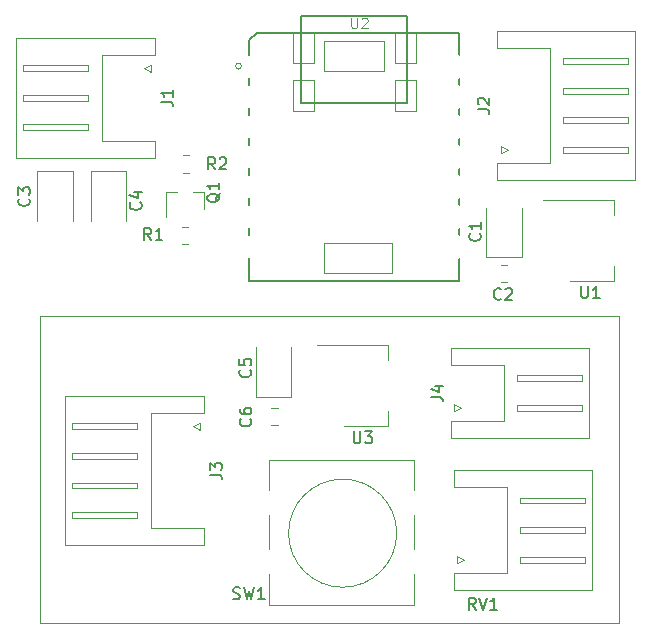
<source format=gto>
%TF.GenerationSoftware,KiCad,Pcbnew,5.1.7-a382d34a8~88~ubuntu20.04.1*%
%TF.CreationDate,2021-07-04T15:14:18-05:00*%
%TF.ProjectId,led-backlight,6c65642d-6261-4636-9b6c-696768742e6b,rev?*%
%TF.SameCoordinates,Original*%
%TF.FileFunction,Legend,Top*%
%TF.FilePolarity,Positive*%
%FSLAX46Y46*%
G04 Gerber Fmt 4.6, Leading zero omitted, Abs format (unit mm)*
G04 Created by KiCad (PCBNEW 5.1.7-a382d34a8~88~ubuntu20.04.1) date 2021-07-04 15:14:18*
%MOMM*%
%LPD*%
G01*
G04 APERTURE LIST*
%ADD10C,0.120000*%
%ADD11C,0.100000*%
%ADD12C,0.127000*%
%ADD13C,0.066040*%
%ADD14C,0.150000*%
%ADD15C,0.101600*%
%ADD16O,2.100000X1.800000*%
%ADD17O,2.050000X1.800000*%
%ADD18C,1.243000*%
%ADD19O,1.116000X2.132000*%
%ADD20O,2.848280X2.098980*%
%ADD21O,3.148000X1.950000*%
G04 APERTURE END LIST*
D10*
X214000000Y-144000000D02*
X165000000Y-144000000D01*
X165000000Y-118000000D02*
X214000000Y-118000000D01*
X165000000Y-118000000D02*
X165000000Y-144000000D01*
X214000000Y-118000000D02*
X214000000Y-144000000D01*
%TO.C,U1*%
X213585000Y-115010000D02*
X213585000Y-113750000D01*
X213585000Y-108190000D02*
X213585000Y-109450000D01*
X209825000Y-115010000D02*
X213585000Y-115010000D01*
X207575000Y-108190000D02*
X213585000Y-108190000D01*
%TO.C,J4*%
X211460000Y-124525000D02*
X211460000Y-128335000D01*
X211460000Y-128335000D02*
X199740000Y-128335000D01*
X199740000Y-128335000D02*
X199740000Y-126915000D01*
X199740000Y-126915000D02*
X204240000Y-126915000D01*
X204240000Y-126915000D02*
X204240000Y-124525000D01*
X211460000Y-124525000D02*
X211460000Y-120715000D01*
X211460000Y-120715000D02*
X199740000Y-120715000D01*
X199740000Y-120715000D02*
X199740000Y-122135000D01*
X199740000Y-122135000D02*
X204240000Y-122135000D01*
X204240000Y-122135000D02*
X204240000Y-124525000D01*
X205350000Y-126025000D02*
X210850000Y-126025000D01*
X210850000Y-126025000D02*
X210850000Y-125525000D01*
X210850000Y-125525000D02*
X205350000Y-125525000D01*
X205350000Y-125525000D02*
X205350000Y-126025000D01*
X205350000Y-123525000D02*
X210850000Y-123525000D01*
X210850000Y-123525000D02*
X210850000Y-123025000D01*
X210850000Y-123025000D02*
X205350000Y-123025000D01*
X205350000Y-123025000D02*
X205350000Y-123525000D01*
X200650000Y-125775000D02*
X200050000Y-126075000D01*
X200050000Y-126075000D02*
X200050000Y-125475000D01*
X200050000Y-125475000D02*
X200650000Y-125775000D01*
%TO.C,J3*%
X167115000Y-131100000D02*
X167115000Y-124790000D01*
X167115000Y-124790000D02*
X178835000Y-124790000D01*
X178835000Y-124790000D02*
X178835000Y-126210000D01*
X178835000Y-126210000D02*
X174335000Y-126210000D01*
X174335000Y-126210000D02*
X174335000Y-131100000D01*
X167115000Y-131100000D02*
X167115000Y-137410000D01*
X167115000Y-137410000D02*
X178835000Y-137410000D01*
X178835000Y-137410000D02*
X178835000Y-135990000D01*
X178835000Y-135990000D02*
X174335000Y-135990000D01*
X174335000Y-135990000D02*
X174335000Y-131100000D01*
X173225000Y-127100000D02*
X167725000Y-127100000D01*
X167725000Y-127100000D02*
X167725000Y-127600000D01*
X167725000Y-127600000D02*
X173225000Y-127600000D01*
X173225000Y-127600000D02*
X173225000Y-127100000D01*
X173225000Y-129600000D02*
X167725000Y-129600000D01*
X167725000Y-129600000D02*
X167725000Y-130100000D01*
X167725000Y-130100000D02*
X173225000Y-130100000D01*
X173225000Y-130100000D02*
X173225000Y-129600000D01*
X173225000Y-132100000D02*
X167725000Y-132100000D01*
X167725000Y-132100000D02*
X167725000Y-132600000D01*
X167725000Y-132600000D02*
X173225000Y-132600000D01*
X173225000Y-132600000D02*
X173225000Y-132100000D01*
X173225000Y-134600000D02*
X167725000Y-134600000D01*
X167725000Y-134600000D02*
X167725000Y-135100000D01*
X167725000Y-135100000D02*
X173225000Y-135100000D01*
X173225000Y-135100000D02*
X173225000Y-134600000D01*
X177925000Y-127350000D02*
X178525000Y-127050000D01*
X178525000Y-127050000D02*
X178525000Y-127650000D01*
X178525000Y-127650000D02*
X177925000Y-127350000D01*
%TO.C,J2*%
X215385000Y-100175000D02*
X215385000Y-106485000D01*
X215385000Y-106485000D02*
X203665000Y-106485000D01*
X203665000Y-106485000D02*
X203665000Y-105065000D01*
X203665000Y-105065000D02*
X208165000Y-105065000D01*
X208165000Y-105065000D02*
X208165000Y-100175000D01*
X215385000Y-100175000D02*
X215385000Y-93865000D01*
X215385000Y-93865000D02*
X203665000Y-93865000D01*
X203665000Y-93865000D02*
X203665000Y-95285000D01*
X203665000Y-95285000D02*
X208165000Y-95285000D01*
X208165000Y-95285000D02*
X208165000Y-100175000D01*
X209275000Y-104175000D02*
X214775000Y-104175000D01*
X214775000Y-104175000D02*
X214775000Y-103675000D01*
X214775000Y-103675000D02*
X209275000Y-103675000D01*
X209275000Y-103675000D02*
X209275000Y-104175000D01*
X209275000Y-101675000D02*
X214775000Y-101675000D01*
X214775000Y-101675000D02*
X214775000Y-101175000D01*
X214775000Y-101175000D02*
X209275000Y-101175000D01*
X209275000Y-101175000D02*
X209275000Y-101675000D01*
X209275000Y-99175000D02*
X214775000Y-99175000D01*
X214775000Y-99175000D02*
X214775000Y-98675000D01*
X214775000Y-98675000D02*
X209275000Y-98675000D01*
X209275000Y-98675000D02*
X209275000Y-99175000D01*
X209275000Y-96675000D02*
X214775000Y-96675000D01*
X214775000Y-96675000D02*
X214775000Y-96175000D01*
X214775000Y-96175000D02*
X209275000Y-96175000D01*
X209275000Y-96175000D02*
X209275000Y-96675000D01*
X204575000Y-103925000D02*
X203975000Y-104225000D01*
X203975000Y-104225000D02*
X203975000Y-103625000D01*
X203975000Y-103625000D02*
X204575000Y-103925000D01*
%TO.C,C1*%
X202765000Y-108825000D02*
X202765000Y-113035000D01*
X202765000Y-113035000D02*
X205785000Y-113035000D01*
X205785000Y-113035000D02*
X205785000Y-108825000D01*
D11*
%TO.C,U2*%
X182040000Y-96839000D02*
G75*
G03*
X182040000Y-96839000I-254000J0D01*
G01*
D12*
X187069200Y-99930180D02*
X187069200Y-92576880D01*
X196068420Y-99930180D02*
X187069200Y-99930180D01*
X196068420Y-92576880D02*
X196068420Y-99930180D01*
X187074280Y-92576880D02*
X196068420Y-92576880D01*
X182675000Y-94672380D02*
X182675000Y-115000000D01*
X183345560Y-94001820D02*
X182675000Y-94672380D01*
X200472780Y-94001820D02*
X183345560Y-94001820D01*
X200472780Y-115000000D02*
X200472780Y-94001820D01*
X182675000Y-115000000D02*
X200472780Y-115000000D01*
D13*
X194994000Y-96585000D02*
X194994000Y-93918000D01*
X194994000Y-93918000D02*
X196772000Y-93918000D01*
X196772000Y-96585000D02*
X196772000Y-93918000D01*
X194994000Y-96585000D02*
X196772000Y-96585000D01*
X194994000Y-100651540D02*
X194994000Y-97982000D01*
X194994000Y-97982000D02*
X196772000Y-97982000D01*
X196772000Y-100651540D02*
X196772000Y-97982000D01*
X194994000Y-100651540D02*
X196772000Y-100651540D01*
X186358000Y-100651540D02*
X186358000Y-97982000D01*
X186358000Y-97982000D02*
X188136000Y-97982000D01*
X188136000Y-100651540D02*
X188136000Y-97982000D01*
X186358000Y-100651540D02*
X188136000Y-100651540D01*
X186358000Y-96585000D02*
X186358000Y-93918000D01*
X186358000Y-93918000D02*
X188136000Y-93918000D01*
X188136000Y-96585000D02*
X188136000Y-93918000D01*
X186358000Y-96585000D02*
X188136000Y-96585000D01*
X189025000Y-114365000D02*
X189025000Y-111825000D01*
X189025000Y-111825000D02*
X194740000Y-111825000D01*
X194740000Y-114365000D02*
X194740000Y-111825000D01*
X189025000Y-114365000D02*
X194740000Y-114365000D01*
X189025000Y-97220000D02*
X189025000Y-94680000D01*
X189025000Y-94680000D02*
X194105000Y-94680000D01*
X194105000Y-97220000D02*
X194105000Y-94680000D01*
X189025000Y-97220000D02*
X194105000Y-97220000D01*
D10*
%TO.C,U3*%
X194435000Y-127285000D02*
X194435000Y-126025000D01*
X194435000Y-120465000D02*
X194435000Y-121725000D01*
X190675000Y-127285000D02*
X194435000Y-127285000D01*
X188425000Y-120465000D02*
X194435000Y-120465000D01*
%TO.C,SW1*%
X184350000Y-130200000D02*
X196650000Y-130200000D01*
X196650000Y-134780000D02*
X196650000Y-137920000D01*
X196650000Y-142500000D02*
X184350000Y-142500000D01*
X184350000Y-132920000D02*
X184350000Y-130200000D01*
X195179050Y-136390000D02*
G75*
G03*
X195179050Y-136390000I-4579050J0D01*
G01*
X184350000Y-142500000D02*
X184350000Y-139780000D01*
X184350000Y-137920000D02*
X184350000Y-134780000D01*
X196650000Y-139780000D02*
X196650000Y-142500000D01*
X196650000Y-130200000D02*
X196650000Y-132920000D01*
%TO.C,RV1*%
X211710000Y-136125000D02*
X211710000Y-141185000D01*
X211710000Y-141185000D02*
X199990000Y-141185000D01*
X199990000Y-141185000D02*
X199990000Y-139765000D01*
X199990000Y-139765000D02*
X204490000Y-139765000D01*
X204490000Y-139765000D02*
X204490000Y-136125000D01*
X211710000Y-136125000D02*
X211710000Y-131065000D01*
X211710000Y-131065000D02*
X199990000Y-131065000D01*
X199990000Y-131065000D02*
X199990000Y-132485000D01*
X199990000Y-132485000D02*
X204490000Y-132485000D01*
X204490000Y-132485000D02*
X204490000Y-136125000D01*
X205600000Y-138875000D02*
X211100000Y-138875000D01*
X211100000Y-138875000D02*
X211100000Y-138375000D01*
X211100000Y-138375000D02*
X205600000Y-138375000D01*
X205600000Y-138375000D02*
X205600000Y-138875000D01*
X205600000Y-136375000D02*
X211100000Y-136375000D01*
X211100000Y-136375000D02*
X211100000Y-135875000D01*
X211100000Y-135875000D02*
X205600000Y-135875000D01*
X205600000Y-135875000D02*
X205600000Y-136375000D01*
X205600000Y-133875000D02*
X211100000Y-133875000D01*
X211100000Y-133875000D02*
X211100000Y-133375000D01*
X211100000Y-133375000D02*
X205600000Y-133375000D01*
X205600000Y-133375000D02*
X205600000Y-133875000D01*
X200900000Y-138625000D02*
X200300000Y-138925000D01*
X200300000Y-138925000D02*
X200300000Y-138325000D01*
X200300000Y-138325000D02*
X200900000Y-138625000D01*
%TO.C,R2*%
X177097936Y-104390000D02*
X177552064Y-104390000D01*
X177097936Y-105860000D02*
X177552064Y-105860000D01*
%TO.C,R1*%
X177022936Y-110465000D02*
X177477064Y-110465000D01*
X177022936Y-111935000D02*
X177477064Y-111935000D01*
%TO.C,Q1*%
X178830000Y-107465000D02*
X177900000Y-107465000D01*
X175670000Y-107465000D02*
X176600000Y-107465000D01*
X175670000Y-107465000D02*
X175670000Y-109625000D01*
X178830000Y-107465000D02*
X178830000Y-108925000D01*
%TO.C,J1*%
X162965000Y-99525000D02*
X162965000Y-94465000D01*
X162965000Y-94465000D02*
X174685000Y-94465000D01*
X174685000Y-94465000D02*
X174685000Y-95885000D01*
X174685000Y-95885000D02*
X170185000Y-95885000D01*
X170185000Y-95885000D02*
X170185000Y-99525000D01*
X162965000Y-99525000D02*
X162965000Y-104585000D01*
X162965000Y-104585000D02*
X174685000Y-104585000D01*
X174685000Y-104585000D02*
X174685000Y-103165000D01*
X174685000Y-103165000D02*
X170185000Y-103165000D01*
X170185000Y-103165000D02*
X170185000Y-99525000D01*
X169075000Y-96775000D02*
X163575000Y-96775000D01*
X163575000Y-96775000D02*
X163575000Y-97275000D01*
X163575000Y-97275000D02*
X169075000Y-97275000D01*
X169075000Y-97275000D02*
X169075000Y-96775000D01*
X169075000Y-99275000D02*
X163575000Y-99275000D01*
X163575000Y-99275000D02*
X163575000Y-99775000D01*
X163575000Y-99775000D02*
X169075000Y-99775000D01*
X169075000Y-99775000D02*
X169075000Y-99275000D01*
X169075000Y-101775000D02*
X163575000Y-101775000D01*
X163575000Y-101775000D02*
X163575000Y-102275000D01*
X163575000Y-102275000D02*
X169075000Y-102275000D01*
X169075000Y-102275000D02*
X169075000Y-101775000D01*
X173775000Y-97025000D02*
X174375000Y-96725000D01*
X174375000Y-96725000D02*
X174375000Y-97325000D01*
X174375000Y-97325000D02*
X173775000Y-97025000D01*
%TO.C,C6*%
X184563748Y-125790000D02*
X185086252Y-125790000D01*
X184563748Y-127260000D02*
X185086252Y-127260000D01*
%TO.C,C5*%
X183240000Y-120650000D02*
X183240000Y-124860000D01*
X183240000Y-124860000D02*
X186260000Y-124860000D01*
X186260000Y-124860000D02*
X186260000Y-120650000D01*
%TO.C,C4*%
X172285000Y-109975000D02*
X172285000Y-105765000D01*
X172285000Y-105765000D02*
X169265000Y-105765000D01*
X169265000Y-105765000D02*
X169265000Y-109975000D01*
%TO.C,C3*%
X167785000Y-109975000D02*
X167785000Y-105765000D01*
X167785000Y-105765000D02*
X164765000Y-105765000D01*
X164765000Y-105765000D02*
X164765000Y-109975000D01*
%TO.C,C2*%
X204013748Y-113690000D02*
X204536252Y-113690000D01*
X204013748Y-115160000D02*
X204536252Y-115160000D01*
%TO.C,U1*%
D14*
X210788095Y-115477380D02*
X210788095Y-116286904D01*
X210835714Y-116382142D01*
X210883333Y-116429761D01*
X210978571Y-116477380D01*
X211169047Y-116477380D01*
X211264285Y-116429761D01*
X211311904Y-116382142D01*
X211359523Y-116286904D01*
X211359523Y-115477380D01*
X212359523Y-116477380D02*
X211788095Y-116477380D01*
X212073809Y-116477380D02*
X212073809Y-115477380D01*
X211978571Y-115620238D01*
X211883333Y-115715476D01*
X211788095Y-115763095D01*
%TO.C,J4*%
X198102380Y-124858333D02*
X198816666Y-124858333D01*
X198959523Y-124905952D01*
X199054761Y-125001190D01*
X199102380Y-125144047D01*
X199102380Y-125239285D01*
X198435714Y-123953571D02*
X199102380Y-123953571D01*
X198054761Y-124191666D02*
X198769047Y-124429761D01*
X198769047Y-123810714D01*
%TO.C,J3*%
X179377380Y-131433333D02*
X180091666Y-131433333D01*
X180234523Y-131480952D01*
X180329761Y-131576190D01*
X180377380Y-131719047D01*
X180377380Y-131814285D01*
X179377380Y-131052380D02*
X179377380Y-130433333D01*
X179758333Y-130766666D01*
X179758333Y-130623809D01*
X179805952Y-130528571D01*
X179853571Y-130480952D01*
X179948809Y-130433333D01*
X180186904Y-130433333D01*
X180282142Y-130480952D01*
X180329761Y-130528571D01*
X180377380Y-130623809D01*
X180377380Y-130909523D01*
X180329761Y-131004761D01*
X180282142Y-131052380D01*
%TO.C,J2*%
X202027380Y-100508333D02*
X202741666Y-100508333D01*
X202884523Y-100555952D01*
X202979761Y-100651190D01*
X203027380Y-100794047D01*
X203027380Y-100889285D01*
X202122619Y-100079761D02*
X202075000Y-100032142D01*
X202027380Y-99936904D01*
X202027380Y-99698809D01*
X202075000Y-99603571D01*
X202122619Y-99555952D01*
X202217857Y-99508333D01*
X202313095Y-99508333D01*
X202455952Y-99555952D01*
X203027380Y-100127380D01*
X203027380Y-99508333D01*
%TO.C,C1*%
X202207142Y-111016666D02*
X202254761Y-111064285D01*
X202302380Y-111207142D01*
X202302380Y-111302380D01*
X202254761Y-111445238D01*
X202159523Y-111540476D01*
X202064285Y-111588095D01*
X201873809Y-111635714D01*
X201730952Y-111635714D01*
X201540476Y-111588095D01*
X201445238Y-111540476D01*
X201350000Y-111445238D01*
X201302380Y-111302380D01*
X201302380Y-111207142D01*
X201350000Y-111064285D01*
X201397619Y-111016666D01*
X202302380Y-110064285D02*
X202302380Y-110635714D01*
X202302380Y-110350000D02*
X201302380Y-110350000D01*
X201445238Y-110445238D01*
X201540476Y-110540476D01*
X201588095Y-110635714D01*
%TO.C,U2*%
D15*
X191332166Y-92732666D02*
X191332166Y-93452333D01*
X191374500Y-93537000D01*
X191416833Y-93579333D01*
X191501500Y-93621666D01*
X191670833Y-93621666D01*
X191755500Y-93579333D01*
X191797833Y-93537000D01*
X191840166Y-93452333D01*
X191840166Y-92732666D01*
X192221166Y-92817333D02*
X192263500Y-92775000D01*
X192348166Y-92732666D01*
X192559833Y-92732666D01*
X192644500Y-92775000D01*
X192686833Y-92817333D01*
X192729166Y-92902000D01*
X192729166Y-92986666D01*
X192686833Y-93113666D01*
X192178833Y-93621666D01*
X192729166Y-93621666D01*
%TO.C,U3*%
D14*
X191538095Y-127777380D02*
X191538095Y-128586904D01*
X191585714Y-128682142D01*
X191633333Y-128729761D01*
X191728571Y-128777380D01*
X191919047Y-128777380D01*
X192014285Y-128729761D01*
X192061904Y-128682142D01*
X192109523Y-128586904D01*
X192109523Y-127777380D01*
X192490476Y-127777380D02*
X193109523Y-127777380D01*
X192776190Y-128158333D01*
X192919047Y-128158333D01*
X193014285Y-128205952D01*
X193061904Y-128253571D01*
X193109523Y-128348809D01*
X193109523Y-128586904D01*
X193061904Y-128682142D01*
X193014285Y-128729761D01*
X192919047Y-128777380D01*
X192633333Y-128777380D01*
X192538095Y-128729761D01*
X192490476Y-128682142D01*
%TO.C,SW1*%
X181341666Y-141929761D02*
X181484523Y-141977380D01*
X181722619Y-141977380D01*
X181817857Y-141929761D01*
X181865476Y-141882142D01*
X181913095Y-141786904D01*
X181913095Y-141691666D01*
X181865476Y-141596428D01*
X181817857Y-141548809D01*
X181722619Y-141501190D01*
X181532142Y-141453571D01*
X181436904Y-141405952D01*
X181389285Y-141358333D01*
X181341666Y-141263095D01*
X181341666Y-141167857D01*
X181389285Y-141072619D01*
X181436904Y-141025000D01*
X181532142Y-140977380D01*
X181770238Y-140977380D01*
X181913095Y-141025000D01*
X182246428Y-140977380D02*
X182484523Y-141977380D01*
X182675000Y-141263095D01*
X182865476Y-141977380D01*
X183103571Y-140977380D01*
X184008333Y-141977380D02*
X183436904Y-141977380D01*
X183722619Y-141977380D02*
X183722619Y-140977380D01*
X183627380Y-141120238D01*
X183532142Y-141215476D01*
X183436904Y-141263095D01*
%TO.C,RV1*%
X201879761Y-142852380D02*
X201546428Y-142376190D01*
X201308333Y-142852380D02*
X201308333Y-141852380D01*
X201689285Y-141852380D01*
X201784523Y-141900000D01*
X201832142Y-141947619D01*
X201879761Y-142042857D01*
X201879761Y-142185714D01*
X201832142Y-142280952D01*
X201784523Y-142328571D01*
X201689285Y-142376190D01*
X201308333Y-142376190D01*
X202165476Y-141852380D02*
X202498809Y-142852380D01*
X202832142Y-141852380D01*
X203689285Y-142852380D02*
X203117857Y-142852380D01*
X203403571Y-142852380D02*
X203403571Y-141852380D01*
X203308333Y-141995238D01*
X203213095Y-142090476D01*
X203117857Y-142138095D01*
%TO.C,R2*%
X179808333Y-105577380D02*
X179475000Y-105101190D01*
X179236904Y-105577380D02*
X179236904Y-104577380D01*
X179617857Y-104577380D01*
X179713095Y-104625000D01*
X179760714Y-104672619D01*
X179808333Y-104767857D01*
X179808333Y-104910714D01*
X179760714Y-105005952D01*
X179713095Y-105053571D01*
X179617857Y-105101190D01*
X179236904Y-105101190D01*
X180189285Y-104672619D02*
X180236904Y-104625000D01*
X180332142Y-104577380D01*
X180570238Y-104577380D01*
X180665476Y-104625000D01*
X180713095Y-104672619D01*
X180760714Y-104767857D01*
X180760714Y-104863095D01*
X180713095Y-105005952D01*
X180141666Y-105577380D01*
X180760714Y-105577380D01*
%TO.C,R1*%
X174383333Y-111552380D02*
X174050000Y-111076190D01*
X173811904Y-111552380D02*
X173811904Y-110552380D01*
X174192857Y-110552380D01*
X174288095Y-110600000D01*
X174335714Y-110647619D01*
X174383333Y-110742857D01*
X174383333Y-110885714D01*
X174335714Y-110980952D01*
X174288095Y-111028571D01*
X174192857Y-111076190D01*
X173811904Y-111076190D01*
X175335714Y-111552380D02*
X174764285Y-111552380D01*
X175050000Y-111552380D02*
X175050000Y-110552380D01*
X174954761Y-110695238D01*
X174859523Y-110790476D01*
X174764285Y-110838095D01*
%TO.C,Q1*%
X180222619Y-107620238D02*
X180175000Y-107715476D01*
X180079761Y-107810714D01*
X179936904Y-107953571D01*
X179889285Y-108048809D01*
X179889285Y-108144047D01*
X180127380Y-108096428D02*
X180079761Y-108191666D01*
X179984523Y-108286904D01*
X179794047Y-108334523D01*
X179460714Y-108334523D01*
X179270238Y-108286904D01*
X179175000Y-108191666D01*
X179127380Y-108096428D01*
X179127380Y-107905952D01*
X179175000Y-107810714D01*
X179270238Y-107715476D01*
X179460714Y-107667857D01*
X179794047Y-107667857D01*
X179984523Y-107715476D01*
X180079761Y-107810714D01*
X180127380Y-107905952D01*
X180127380Y-108096428D01*
X180127380Y-106715476D02*
X180127380Y-107286904D01*
X180127380Y-107001190D02*
X179127380Y-107001190D01*
X179270238Y-107096428D01*
X179365476Y-107191666D01*
X179413095Y-107286904D01*
%TO.C,J1*%
X175227380Y-99858333D02*
X175941666Y-99858333D01*
X176084523Y-99905952D01*
X176179761Y-100001190D01*
X176227380Y-100144047D01*
X176227380Y-100239285D01*
X176227380Y-98858333D02*
X176227380Y-99429761D01*
X176227380Y-99144047D02*
X175227380Y-99144047D01*
X175370238Y-99239285D01*
X175465476Y-99334523D01*
X175513095Y-99429761D01*
%TO.C,C6*%
X182782142Y-126716666D02*
X182829761Y-126764285D01*
X182877380Y-126907142D01*
X182877380Y-127002380D01*
X182829761Y-127145238D01*
X182734523Y-127240476D01*
X182639285Y-127288095D01*
X182448809Y-127335714D01*
X182305952Y-127335714D01*
X182115476Y-127288095D01*
X182020238Y-127240476D01*
X181925000Y-127145238D01*
X181877380Y-127002380D01*
X181877380Y-126907142D01*
X181925000Y-126764285D01*
X181972619Y-126716666D01*
X181877380Y-125859523D02*
X181877380Y-126050000D01*
X181925000Y-126145238D01*
X181972619Y-126192857D01*
X182115476Y-126288095D01*
X182305952Y-126335714D01*
X182686904Y-126335714D01*
X182782142Y-126288095D01*
X182829761Y-126240476D01*
X182877380Y-126145238D01*
X182877380Y-125954761D01*
X182829761Y-125859523D01*
X182782142Y-125811904D01*
X182686904Y-125764285D01*
X182448809Y-125764285D01*
X182353571Y-125811904D01*
X182305952Y-125859523D01*
X182258333Y-125954761D01*
X182258333Y-126145238D01*
X182305952Y-126240476D01*
X182353571Y-126288095D01*
X182448809Y-126335714D01*
%TO.C,C5*%
X182757142Y-122566666D02*
X182804761Y-122614285D01*
X182852380Y-122757142D01*
X182852380Y-122852380D01*
X182804761Y-122995238D01*
X182709523Y-123090476D01*
X182614285Y-123138095D01*
X182423809Y-123185714D01*
X182280952Y-123185714D01*
X182090476Y-123138095D01*
X181995238Y-123090476D01*
X181900000Y-122995238D01*
X181852380Y-122852380D01*
X181852380Y-122757142D01*
X181900000Y-122614285D01*
X181947619Y-122566666D01*
X181852380Y-121661904D02*
X181852380Y-122138095D01*
X182328571Y-122185714D01*
X182280952Y-122138095D01*
X182233333Y-122042857D01*
X182233333Y-121804761D01*
X182280952Y-121709523D01*
X182328571Y-121661904D01*
X182423809Y-121614285D01*
X182661904Y-121614285D01*
X182757142Y-121661904D01*
X182804761Y-121709523D01*
X182852380Y-121804761D01*
X182852380Y-122042857D01*
X182804761Y-122138095D01*
X182757142Y-122185714D01*
%TO.C,C4*%
X173482142Y-108391666D02*
X173529761Y-108439285D01*
X173577380Y-108582142D01*
X173577380Y-108677380D01*
X173529761Y-108820238D01*
X173434523Y-108915476D01*
X173339285Y-108963095D01*
X173148809Y-109010714D01*
X173005952Y-109010714D01*
X172815476Y-108963095D01*
X172720238Y-108915476D01*
X172625000Y-108820238D01*
X172577380Y-108677380D01*
X172577380Y-108582142D01*
X172625000Y-108439285D01*
X172672619Y-108391666D01*
X172910714Y-107534523D02*
X173577380Y-107534523D01*
X172529761Y-107772619D02*
X173244047Y-108010714D01*
X173244047Y-107391666D01*
%TO.C,C3*%
X164032142Y-108066666D02*
X164079761Y-108114285D01*
X164127380Y-108257142D01*
X164127380Y-108352380D01*
X164079761Y-108495238D01*
X163984523Y-108590476D01*
X163889285Y-108638095D01*
X163698809Y-108685714D01*
X163555952Y-108685714D01*
X163365476Y-108638095D01*
X163270238Y-108590476D01*
X163175000Y-108495238D01*
X163127380Y-108352380D01*
X163127380Y-108257142D01*
X163175000Y-108114285D01*
X163222619Y-108066666D01*
X163127380Y-107733333D02*
X163127380Y-107114285D01*
X163508333Y-107447619D01*
X163508333Y-107304761D01*
X163555952Y-107209523D01*
X163603571Y-107161904D01*
X163698809Y-107114285D01*
X163936904Y-107114285D01*
X164032142Y-107161904D01*
X164079761Y-107209523D01*
X164127380Y-107304761D01*
X164127380Y-107590476D01*
X164079761Y-107685714D01*
X164032142Y-107733333D01*
%TO.C,C2*%
X204008333Y-116532142D02*
X203960714Y-116579761D01*
X203817857Y-116627380D01*
X203722619Y-116627380D01*
X203579761Y-116579761D01*
X203484523Y-116484523D01*
X203436904Y-116389285D01*
X203389285Y-116198809D01*
X203389285Y-116055952D01*
X203436904Y-115865476D01*
X203484523Y-115770238D01*
X203579761Y-115675000D01*
X203722619Y-115627380D01*
X203817857Y-115627380D01*
X203960714Y-115675000D01*
X204008333Y-115722619D01*
X204389285Y-115722619D02*
X204436904Y-115675000D01*
X204532142Y-115627380D01*
X204770238Y-115627380D01*
X204865476Y-115675000D01*
X204913095Y-115722619D01*
X204960714Y-115817857D01*
X204960714Y-115913095D01*
X204913095Y-116055952D01*
X204341666Y-116627380D01*
X204960714Y-116627380D01*
%TD*%
%LPC*%
%TO.C,U1*%
G36*
G01*
X207475000Y-110050000D02*
X207475000Y-108550000D01*
G75*
G02*
X207525000Y-108500000I50000J0D01*
G01*
X209525000Y-108500000D01*
G75*
G02*
X209575000Y-108550000I0J-50000D01*
G01*
X209575000Y-110050000D01*
G75*
G02*
X209525000Y-110100000I-50000J0D01*
G01*
X207525000Y-110100000D01*
G75*
G02*
X207475000Y-110050000I0J50000D01*
G01*
G37*
G36*
G01*
X207475000Y-114650000D02*
X207475000Y-113150000D01*
G75*
G02*
X207525000Y-113100000I50000J0D01*
G01*
X209525000Y-113100000D01*
G75*
G02*
X209575000Y-113150000I0J-50000D01*
G01*
X209575000Y-114650000D01*
G75*
G02*
X209525000Y-114700000I-50000J0D01*
G01*
X207525000Y-114700000D01*
G75*
G02*
X207475000Y-114650000I0J50000D01*
G01*
G37*
G36*
G01*
X207475000Y-112350000D02*
X207475000Y-110850000D01*
G75*
G02*
X207525000Y-110800000I50000J0D01*
G01*
X209525000Y-110800000D01*
G75*
G02*
X209575000Y-110850000I0J-50000D01*
G01*
X209575000Y-112350000D01*
G75*
G02*
X209525000Y-112400000I-50000J0D01*
G01*
X207525000Y-112400000D01*
G75*
G02*
X207475000Y-112350000I0J50000D01*
G01*
G37*
G36*
G01*
X213775000Y-113500000D02*
X213775000Y-109700000D01*
G75*
G02*
X213825000Y-109650000I50000J0D01*
G01*
X215825000Y-109650000D01*
G75*
G02*
X215875000Y-109700000I0J-50000D01*
G01*
X215875000Y-113500000D01*
G75*
G02*
X215825000Y-113550000I-50000J0D01*
G01*
X213825000Y-113550000D01*
G75*
G02*
X213775000Y-113500000I0J50000D01*
G01*
G37*
%TD*%
D16*
%TO.C,J4*%
X202150000Y-123275000D03*
G36*
G01*
X202935400Y-126675000D02*
X201364600Y-126675000D01*
G75*
G02*
X201100000Y-126410400I0J264600D01*
G01*
X201100000Y-125139600D01*
G75*
G02*
X201364600Y-124875000I264600J0D01*
G01*
X202935400Y-124875000D01*
G75*
G02*
X203200000Y-125139600I0J-264600D01*
G01*
X203200000Y-126410400D01*
G75*
G02*
X202935400Y-126675000I-264600J0D01*
G01*
G37*
%TD*%
%TO.C,J3*%
G36*
G01*
X175850000Y-126450000D02*
X177000000Y-126450000D01*
G75*
G02*
X177450000Y-126900000I0J-450000D01*
G01*
X177450000Y-127800000D01*
G75*
G02*
X177000000Y-128250000I-450000J0D01*
G01*
X175850000Y-128250000D01*
G75*
G02*
X175400000Y-127800000I0J450000D01*
G01*
X175400000Y-126900000D01*
G75*
G02*
X175850000Y-126450000I450000J0D01*
G01*
G37*
D17*
X176425000Y-129850000D03*
X176425000Y-132350000D03*
X176425000Y-134850000D03*
%TD*%
%TO.C,J2*%
G36*
G01*
X206650000Y-97325000D02*
X205500000Y-97325000D01*
G75*
G02*
X205050000Y-96875000I0J450000D01*
G01*
X205050000Y-95975000D01*
G75*
G02*
X205500000Y-95525000I450000J0D01*
G01*
X206650000Y-95525000D01*
G75*
G02*
X207100000Y-95975000I0J-450000D01*
G01*
X207100000Y-96875000D01*
G75*
G02*
X206650000Y-97325000I-450000J0D01*
G01*
G37*
X206075000Y-98925000D03*
X206075000Y-101425000D03*
X206075000Y-103925000D03*
%TD*%
%TO.C,C1*%
G36*
G01*
X205230677Y-109750000D02*
X203319323Y-109750000D01*
G75*
G02*
X203050000Y-109480677I0J269323D01*
G01*
X203050000Y-108594323D01*
G75*
G02*
X203319323Y-108325000I269323J0D01*
G01*
X205230677Y-108325000D01*
G75*
G02*
X205500000Y-108594323I0J-269323D01*
G01*
X205500000Y-109480677D01*
G75*
G02*
X205230677Y-109750000I-269323J0D01*
G01*
G37*
G36*
G01*
X205231134Y-112825000D02*
X203318866Y-112825000D01*
G75*
G02*
X203050000Y-112556134I0J268866D01*
G01*
X203050000Y-111668866D01*
G75*
G02*
X203318866Y-111400000I268866J0D01*
G01*
X205231134Y-111400000D01*
G75*
G02*
X205500000Y-111668866I0J-268866D01*
G01*
X205500000Y-112556134D01*
G75*
G02*
X205231134Y-112825000I-268866J0D01*
G01*
G37*
%TD*%
D18*
%TO.C,U2*%
X192913803Y-98735813D03*
X190373803Y-98735813D03*
X192913803Y-96195813D03*
X190373803Y-96195813D03*
D19*
X192925000Y-113200000D03*
X190375000Y-113200000D03*
D20*
X183508120Y-96882180D03*
X183508120Y-99422180D03*
X183508120Y-101962180D03*
X183508120Y-104502180D03*
X183508120Y-107042180D03*
X183508120Y-109582180D03*
X183508120Y-112122180D03*
X199672680Y-112122180D03*
X199672680Y-109582180D03*
X199672680Y-107042180D03*
X199672680Y-104502180D03*
X199672680Y-101962180D03*
X199672680Y-99422180D03*
X199672680Y-96882180D03*
%TD*%
%TO.C,U3*%
G36*
G01*
X188325000Y-122325000D02*
X188325000Y-120825000D01*
G75*
G02*
X188375000Y-120775000I50000J0D01*
G01*
X190375000Y-120775000D01*
G75*
G02*
X190425000Y-120825000I0J-50000D01*
G01*
X190425000Y-122325000D01*
G75*
G02*
X190375000Y-122375000I-50000J0D01*
G01*
X188375000Y-122375000D01*
G75*
G02*
X188325000Y-122325000I0J50000D01*
G01*
G37*
G36*
G01*
X188325000Y-126925000D02*
X188325000Y-125425000D01*
G75*
G02*
X188375000Y-125375000I50000J0D01*
G01*
X190375000Y-125375000D01*
G75*
G02*
X190425000Y-125425000I0J-50000D01*
G01*
X190425000Y-126925000D01*
G75*
G02*
X190375000Y-126975000I-50000J0D01*
G01*
X188375000Y-126975000D01*
G75*
G02*
X188325000Y-126925000I0J50000D01*
G01*
G37*
G36*
G01*
X188325000Y-124625000D02*
X188325000Y-123125000D01*
G75*
G02*
X188375000Y-123075000I50000J0D01*
G01*
X190375000Y-123075000D01*
G75*
G02*
X190425000Y-123125000I0J-50000D01*
G01*
X190425000Y-124625000D01*
G75*
G02*
X190375000Y-124675000I-50000J0D01*
G01*
X188375000Y-124675000D01*
G75*
G02*
X188325000Y-124625000I0J50000D01*
G01*
G37*
G36*
G01*
X194625000Y-125775000D02*
X194625000Y-121975000D01*
G75*
G02*
X194675000Y-121925000I50000J0D01*
G01*
X196675000Y-121925000D01*
G75*
G02*
X196725000Y-121975000I0J-50000D01*
G01*
X196725000Y-125775000D01*
G75*
G02*
X196675000Y-125825000I-50000J0D01*
G01*
X194675000Y-125825000D01*
G75*
G02*
X194625000Y-125775000I0J50000D01*
G01*
G37*
%TD*%
D21*
%TO.C,SW1*%
X184250000Y-138850000D03*
X184250000Y-133850000D03*
X196750000Y-138850000D03*
X196750000Y-133850000D03*
%TD*%
D17*
%TO.C,RV1*%
X202400000Y-133625000D03*
X202400000Y-136125000D03*
G36*
G01*
X203160295Y-139525000D02*
X201639705Y-139525000D01*
G75*
G02*
X201375000Y-139260295I0J264705D01*
G01*
X201375000Y-137989705D01*
G75*
G02*
X201639705Y-137725000I264705J0D01*
G01*
X203160295Y-137725000D01*
G75*
G02*
X203425000Y-137989705I0J-264705D01*
G01*
X203425000Y-139260295D01*
G75*
G02*
X203160295Y-139525000I-264705J0D01*
G01*
G37*
%TD*%
%TO.C,R2*%
G36*
G01*
X177675000Y-105600611D02*
X177675000Y-104649389D01*
G75*
G02*
X177949389Y-104375000I274389J0D01*
G01*
X178525611Y-104375000D01*
G75*
G02*
X178800000Y-104649389I0J-274389D01*
G01*
X178800000Y-105600611D01*
G75*
G02*
X178525611Y-105875000I-274389J0D01*
G01*
X177949389Y-105875000D01*
G75*
G02*
X177675000Y-105600611I0J274389D01*
G01*
G37*
G36*
G01*
X175850000Y-105600611D02*
X175850000Y-104649389D01*
G75*
G02*
X176124389Y-104375000I274389J0D01*
G01*
X176700611Y-104375000D01*
G75*
G02*
X176975000Y-104649389I0J-274389D01*
G01*
X176975000Y-105600611D01*
G75*
G02*
X176700611Y-105875000I-274389J0D01*
G01*
X176124389Y-105875000D01*
G75*
G02*
X175850000Y-105600611I0J274389D01*
G01*
G37*
%TD*%
%TO.C,R1*%
G36*
G01*
X177600000Y-111675611D02*
X177600000Y-110724389D01*
G75*
G02*
X177874389Y-110450000I274389J0D01*
G01*
X178450611Y-110450000D01*
G75*
G02*
X178725000Y-110724389I0J-274389D01*
G01*
X178725000Y-111675611D01*
G75*
G02*
X178450611Y-111950000I-274389J0D01*
G01*
X177874389Y-111950000D01*
G75*
G02*
X177600000Y-111675611I0J274389D01*
G01*
G37*
G36*
G01*
X175775000Y-111675611D02*
X175775000Y-110724389D01*
G75*
G02*
X176049389Y-110450000I274389J0D01*
G01*
X176625611Y-110450000D01*
G75*
G02*
X176900000Y-110724389I0J-274389D01*
G01*
X176900000Y-111675611D01*
G75*
G02*
X176625611Y-111950000I-274389J0D01*
G01*
X176049389Y-111950000D01*
G75*
G02*
X175775000Y-111675611I0J274389D01*
G01*
G37*
%TD*%
%TO.C,Q1*%
G36*
G01*
X177650000Y-107725000D02*
X176850000Y-107725000D01*
G75*
G02*
X176800000Y-107675000I0J50000D01*
G01*
X176800000Y-106775000D01*
G75*
G02*
X176850000Y-106725000I50000J0D01*
G01*
X177650000Y-106725000D01*
G75*
G02*
X177700000Y-106775000I0J-50000D01*
G01*
X177700000Y-107675000D01*
G75*
G02*
X177650000Y-107725000I-50000J0D01*
G01*
G37*
G36*
G01*
X178600000Y-109725000D02*
X177800000Y-109725000D01*
G75*
G02*
X177750000Y-109675000I0J50000D01*
G01*
X177750000Y-108775000D01*
G75*
G02*
X177800000Y-108725000I50000J0D01*
G01*
X178600000Y-108725000D01*
G75*
G02*
X178650000Y-108775000I0J-50000D01*
G01*
X178650000Y-109675000D01*
G75*
G02*
X178600000Y-109725000I-50000J0D01*
G01*
G37*
G36*
G01*
X176700000Y-109725000D02*
X175900000Y-109725000D01*
G75*
G02*
X175850000Y-109675000I0J50000D01*
G01*
X175850000Y-108775000D01*
G75*
G02*
X175900000Y-108725000I50000J0D01*
G01*
X176700000Y-108725000D01*
G75*
G02*
X176750000Y-108775000I0J-50000D01*
G01*
X176750000Y-109675000D01*
G75*
G02*
X176700000Y-109725000I-50000J0D01*
G01*
G37*
%TD*%
%TO.C,J1*%
X172275000Y-102025000D03*
X172275000Y-99525000D03*
G36*
G01*
X171514705Y-96125000D02*
X173035295Y-96125000D01*
G75*
G02*
X173300000Y-96389705I0J-264705D01*
G01*
X173300000Y-97660295D01*
G75*
G02*
X173035295Y-97925000I-264705J0D01*
G01*
X171514705Y-97925000D01*
G75*
G02*
X171250000Y-97660295I0J264705D01*
G01*
X171250000Y-96389705D01*
G75*
G02*
X171514705Y-96125000I264705J0D01*
G01*
G37*
%TD*%
%TO.C,C6*%
G36*
G01*
X185225000Y-127025000D02*
X185225000Y-126025000D01*
G75*
G02*
X185500000Y-125750000I275000J0D01*
G01*
X186050000Y-125750000D01*
G75*
G02*
X186325000Y-126025000I0J-275000D01*
G01*
X186325000Y-127025000D01*
G75*
G02*
X186050000Y-127300000I-275000J0D01*
G01*
X185500000Y-127300000D01*
G75*
G02*
X185225000Y-127025000I0J275000D01*
G01*
G37*
G36*
G01*
X183325000Y-127025000D02*
X183325000Y-126025000D01*
G75*
G02*
X183600000Y-125750000I275000J0D01*
G01*
X184150000Y-125750000D01*
G75*
G02*
X184425000Y-126025000I0J-275000D01*
G01*
X184425000Y-127025000D01*
G75*
G02*
X184150000Y-127300000I-275000J0D01*
G01*
X183600000Y-127300000D01*
G75*
G02*
X183325000Y-127025000I0J275000D01*
G01*
G37*
%TD*%
%TO.C,C5*%
G36*
G01*
X185706134Y-121575000D02*
X183793866Y-121575000D01*
G75*
G02*
X183525000Y-121306134I0J268866D01*
G01*
X183525000Y-120418866D01*
G75*
G02*
X183793866Y-120150000I268866J0D01*
G01*
X185706134Y-120150000D01*
G75*
G02*
X185975000Y-120418866I0J-268866D01*
G01*
X185975000Y-121306134D01*
G75*
G02*
X185706134Y-121575000I-268866J0D01*
G01*
G37*
G36*
G01*
X185706134Y-124650000D02*
X183793866Y-124650000D01*
G75*
G02*
X183525000Y-124381134I0J268866D01*
G01*
X183525000Y-123493866D01*
G75*
G02*
X183793866Y-123225000I268866J0D01*
G01*
X185706134Y-123225000D01*
G75*
G02*
X185975000Y-123493866I0J-268866D01*
G01*
X185975000Y-124381134D01*
G75*
G02*
X185706134Y-124650000I-268866J0D01*
G01*
G37*
%TD*%
%TO.C,C4*%
G36*
G01*
X169818866Y-109050000D02*
X171731134Y-109050000D01*
G75*
G02*
X172000000Y-109318866I0J-268866D01*
G01*
X172000000Y-110206134D01*
G75*
G02*
X171731134Y-110475000I-268866J0D01*
G01*
X169818866Y-110475000D01*
G75*
G02*
X169550000Y-110206134I0J268866D01*
G01*
X169550000Y-109318866D01*
G75*
G02*
X169818866Y-109050000I268866J0D01*
G01*
G37*
G36*
G01*
X169818866Y-105975000D02*
X171731134Y-105975000D01*
G75*
G02*
X172000000Y-106243866I0J-268866D01*
G01*
X172000000Y-107131134D01*
G75*
G02*
X171731134Y-107400000I-268866J0D01*
G01*
X169818866Y-107400000D01*
G75*
G02*
X169550000Y-107131134I0J268866D01*
G01*
X169550000Y-106243866D01*
G75*
G02*
X169818866Y-105975000I268866J0D01*
G01*
G37*
%TD*%
%TO.C,C3*%
G36*
G01*
X165318866Y-109050000D02*
X167231134Y-109050000D01*
G75*
G02*
X167500000Y-109318866I0J-268866D01*
G01*
X167500000Y-110206134D01*
G75*
G02*
X167231134Y-110475000I-268866J0D01*
G01*
X165318866Y-110475000D01*
G75*
G02*
X165050000Y-110206134I0J268866D01*
G01*
X165050000Y-109318866D01*
G75*
G02*
X165318866Y-109050000I268866J0D01*
G01*
G37*
G36*
G01*
X165318866Y-105975000D02*
X167231134Y-105975000D01*
G75*
G02*
X167500000Y-106243866I0J-268866D01*
G01*
X167500000Y-107131134D01*
G75*
G02*
X167231134Y-107400000I-268866J0D01*
G01*
X165318866Y-107400000D01*
G75*
G02*
X165050000Y-107131134I0J268866D01*
G01*
X165050000Y-106243866D01*
G75*
G02*
X165318866Y-105975000I268866J0D01*
G01*
G37*
%TD*%
%TO.C,C2*%
G36*
G01*
X204675000Y-114925000D02*
X204675000Y-113925000D01*
G75*
G02*
X204950000Y-113650000I275000J0D01*
G01*
X205500000Y-113650000D01*
G75*
G02*
X205775000Y-113925000I0J-275000D01*
G01*
X205775000Y-114925000D01*
G75*
G02*
X205500000Y-115200000I-275000J0D01*
G01*
X204950000Y-115200000D01*
G75*
G02*
X204675000Y-114925000I0J275000D01*
G01*
G37*
G36*
G01*
X202775000Y-114925000D02*
X202775000Y-113925000D01*
G75*
G02*
X203050000Y-113650000I275000J0D01*
G01*
X203600000Y-113650000D01*
G75*
G02*
X203875000Y-113925000I0J-275000D01*
G01*
X203875000Y-114925000D01*
G75*
G02*
X203600000Y-115200000I-275000J0D01*
G01*
X203050000Y-115200000D01*
G75*
G02*
X202775000Y-114925000I0J275000D01*
G01*
G37*
%TD*%
M02*

</source>
